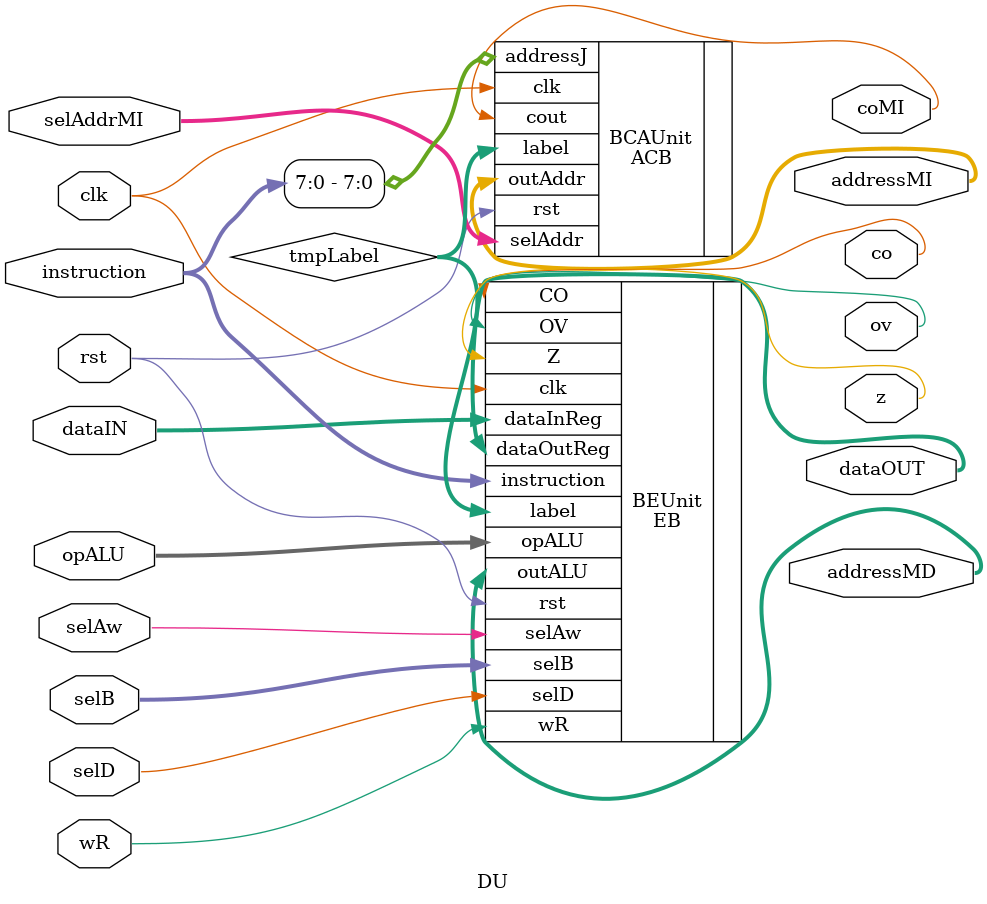
<source format=v>
`timescale 1ns / 1ps


module DU (
	input [11:0] instruction,
	input [7:0] dataIN,
	input [4:0] opALU,
	input [1:0] selB,
	input [1:0] selAddrMI,
	input rst,
	input clk,
	input selAw,
	input selD,
	input wR,
	
 	output [7:0] addressMI,
	output [7:0] addressMD,
	output [7:0] dataOUT,
	output co,
	output ov,
	output z,
	output coMI
	);
	
	wire [7:0] tmpLabel;

	
	EB BEUnit(
		.rst(rst),
		.clk(clk),
		.dataInReg(dataIN),
		.instruction(instruction),
		.selAw(selAw),
		.selD(selD),
		.wR(wR),
		.selB(selB),
		.opALU(opALU),
		.CO(co),
		.OV(ov),
		.Z(z),
		.label(tmpLabel),
		.outALU(addressMD),
		.dataOutReg(dataOUT)
	);
	
	ACB BCAUnit(
		.rst(rst),
		.clk(clk),
		.label(tmpLabel),
		.addressJ(instruction[7:0]),
		.selAddr(selAddrMI),
		.cout(coMI),
		.outAddr(addressMI)	
	);
	
endmodule

</source>
